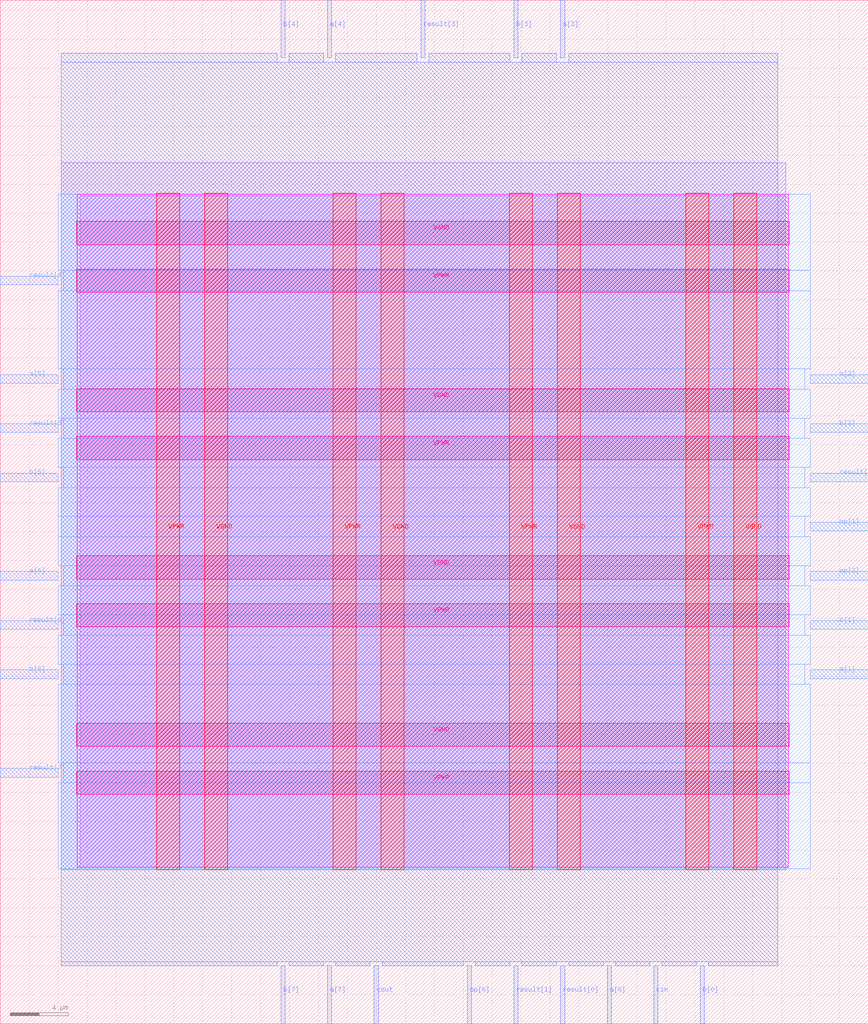
<source format=lef>
VERSION 5.7 ;
  NOWIREEXTENSIONATPIN ON ;
  DIVIDERCHAR "/" ;
  BUSBITCHARS "[]" ;
MACRO alu_8bit
  CLASS BLOCK ;
  FOREIGN alu_8bit ;
  ORIGIN 0.000 0.000 ;
  SIZE 59.990 BY 70.710 ;
  PIN VGND
    DIRECTION INOUT ;
    USE GROUND ;
    PORT
      LAYER met4 ;
        RECT 14.115 10.640 15.715 57.360 ;
    END
    PORT
      LAYER met4 ;
        RECT 26.305 10.640 27.905 57.360 ;
    END
    PORT
      LAYER met4 ;
        RECT 38.495 10.640 40.095 57.360 ;
    END
    PORT
      LAYER met4 ;
        RECT 50.685 10.640 52.285 57.360 ;
    END
    PORT
      LAYER met5 ;
        RECT 5.280 19.155 54.520 20.755 ;
    END
    PORT
      LAYER met5 ;
        RECT 5.280 30.710 54.520 32.310 ;
    END
    PORT
      LAYER met5 ;
        RECT 5.280 42.265 54.520 43.865 ;
    END
    PORT
      LAYER met5 ;
        RECT 5.280 53.820 54.520 55.420 ;
    END
  END VGND
  PIN VPWR
    DIRECTION INOUT ;
    USE POWER ;
    PORT
      LAYER met4 ;
        RECT 10.815 10.640 12.415 57.360 ;
    END
    PORT
      LAYER met4 ;
        RECT 23.005 10.640 24.605 57.360 ;
    END
    PORT
      LAYER met4 ;
        RECT 35.195 10.640 36.795 57.360 ;
    END
    PORT
      LAYER met4 ;
        RECT 47.385 10.640 48.985 57.360 ;
    END
    PORT
      LAYER met5 ;
        RECT 5.280 15.855 54.520 17.455 ;
    END
    PORT
      LAYER met5 ;
        RECT 5.280 27.410 54.520 29.010 ;
    END
    PORT
      LAYER met5 ;
        RECT 5.280 38.965 54.520 40.565 ;
    END
    PORT
      LAYER met5 ;
        RECT 5.280 50.520 54.520 52.120 ;
    END
  END VPWR
  PIN a[0]
    DIRECTION INPUT ;
    USE SIGNAL ;
    ANTENNAGATEAREA 0.196500 ;
    PORT
      LAYER met2 ;
        RECT 41.950 0.000 42.230 4.000 ;
    END
  END a[0]
  PIN a[1]
    DIRECTION INPUT ;
    USE SIGNAL ;
    ANTENNAGATEAREA 0.196500 ;
    PORT
      LAYER met3 ;
        RECT 55.990 23.840 59.990 24.440 ;
    END
  END a[1]
  PIN a[2]
    DIRECTION INPUT ;
    USE SIGNAL ;
    ANTENNAGATEAREA 0.196500 ;
    PORT
      LAYER met3 ;
        RECT 55.990 44.240 59.990 44.840 ;
    END
  END a[2]
  PIN a[3]
    DIRECTION INPUT ;
    USE SIGNAL ;
    ANTENNAGATEAREA 0.196500 ;
    PORT
      LAYER met2 ;
        RECT 38.730 66.710 39.010 70.710 ;
    END
  END a[3]
  PIN a[4]
    DIRECTION INPUT ;
    USE SIGNAL ;
    ANTENNAGATEAREA 0.196500 ;
    PORT
      LAYER met2 ;
        RECT 22.630 66.710 22.910 70.710 ;
    END
  END a[4]
  PIN a[5]
    DIRECTION INPUT ;
    USE SIGNAL ;
    ANTENNAGATEAREA 0.196500 ;
    PORT
      LAYER met3 ;
        RECT 0.000 44.240 4.000 44.840 ;
    END
  END a[5]
  PIN a[6]
    DIRECTION INPUT ;
    USE SIGNAL ;
    ANTENNAGATEAREA 0.196500 ;
    PORT
      LAYER met3 ;
        RECT 0.000 30.640 4.000 31.240 ;
    END
  END a[6]
  PIN a[7]
    DIRECTION INPUT ;
    USE SIGNAL ;
    ANTENNAGATEAREA 0.196500 ;
    PORT
      LAYER met2 ;
        RECT 22.630 0.000 22.910 4.000 ;
    END
  END a[7]
  PIN b[0]
    DIRECTION INPUT ;
    USE SIGNAL ;
    ANTENNAGATEAREA 0.196500 ;
    PORT
      LAYER met2 ;
        RECT 48.390 0.000 48.670 4.000 ;
    END
  END b[0]
  PIN b[1]
    DIRECTION INPUT ;
    USE SIGNAL ;
    ANTENNAGATEAREA 0.196500 ;
    PORT
      LAYER met3 ;
        RECT 55.990 27.240 59.990 27.840 ;
    END
  END b[1]
  PIN b[2]
    DIRECTION INPUT ;
    USE SIGNAL ;
    ANTENNAGATEAREA 0.196500 ;
    PORT
      LAYER met3 ;
        RECT 55.990 40.840 59.990 41.440 ;
    END
  END b[2]
  PIN b[3]
    DIRECTION INPUT ;
    USE SIGNAL ;
    ANTENNAGATEAREA 0.196500 ;
    PORT
      LAYER met2 ;
        RECT 35.510 66.710 35.790 70.710 ;
    END
  END b[3]
  PIN b[4]
    DIRECTION INPUT ;
    USE SIGNAL ;
    ANTENNAGATEAREA 0.196500 ;
    PORT
      LAYER met2 ;
        RECT 19.410 66.710 19.690 70.710 ;
    END
  END b[4]
  PIN b[5]
    DIRECTION INPUT ;
    USE SIGNAL ;
    ANTENNAGATEAREA 0.196500 ;
    PORT
      LAYER met3 ;
        RECT 0.000 37.440 4.000 38.040 ;
    END
  END b[5]
  PIN b[6]
    DIRECTION INPUT ;
    USE SIGNAL ;
    ANTENNAGATEAREA 0.196500 ;
    PORT
      LAYER met3 ;
        RECT 0.000 23.840 4.000 24.440 ;
    END
  END b[6]
  PIN b[7]
    DIRECTION INPUT ;
    USE SIGNAL ;
    ANTENNAGATEAREA 0.196500 ;
    PORT
      LAYER met2 ;
        RECT 19.410 0.000 19.690 4.000 ;
    END
  END b[7]
  PIN cin
    DIRECTION INPUT ;
    USE SIGNAL ;
    ANTENNAGATEAREA 0.196500 ;
    PORT
      LAYER met2 ;
        RECT 45.170 0.000 45.450 4.000 ;
    END
  END cin
  PIN cout
    DIRECTION OUTPUT ;
    USE SIGNAL ;
    ANTENNADIFFAREA 1.336500 ;
    PORT
      LAYER met2 ;
        RECT 25.850 0.000 26.130 4.000 ;
    END
  END cout
  PIN op[0]
    DIRECTION INPUT ;
    USE SIGNAL ;
    ANTENNAGATEAREA 0.196500 ;
    PORT
      LAYER met2 ;
        RECT 32.290 0.000 32.570 4.000 ;
    END
  END op[0]
  PIN op[1]
    DIRECTION INPUT ;
    USE SIGNAL ;
    ANTENNAGATEAREA 0.495000 ;
    PORT
      LAYER met3 ;
        RECT 55.990 34.040 59.990 34.640 ;
    END
  END op[1]
  PIN op[2]
    DIRECTION INPUT ;
    USE SIGNAL ;
    ANTENNAGATEAREA 0.495000 ;
    PORT
      LAYER met3 ;
        RECT 55.990 30.640 59.990 31.240 ;
    END
  END op[2]
  PIN result[0]
    DIRECTION OUTPUT ;
    USE SIGNAL ;
    ANTENNADIFFAREA 0.445500 ;
    PORT
      LAYER met2 ;
        RECT 38.730 0.000 39.010 4.000 ;
    END
  END result[0]
  PIN result[1]
    DIRECTION OUTPUT ;
    USE SIGNAL ;
    ANTENNADIFFAREA 0.445500 ;
    PORT
      LAYER met2 ;
        RECT 35.510 0.000 35.790 4.000 ;
    END
  END result[1]
  PIN result[2]
    DIRECTION OUTPUT ;
    USE SIGNAL ;
    ANTENNADIFFAREA 0.445500 ;
    PORT
      LAYER met3 ;
        RECT 55.990 37.440 59.990 38.040 ;
    END
  END result[2]
  PIN result[3]
    DIRECTION OUTPUT ;
    USE SIGNAL ;
    ANTENNADIFFAREA 0.795200 ;
    PORT
      LAYER met2 ;
        RECT 29.070 66.710 29.350 70.710 ;
    END
  END result[3]
  PIN result[4]
    DIRECTION OUTPUT ;
    USE SIGNAL ;
    ANTENNADIFFAREA 0.445500 ;
    PORT
      LAYER met3 ;
        RECT 0.000 51.040 4.000 51.640 ;
    END
  END result[4]
  PIN result[5]
    DIRECTION OUTPUT ;
    USE SIGNAL ;
    ANTENNADIFFAREA 0.445500 ;
    PORT
      LAYER met3 ;
        RECT 0.000 40.840 4.000 41.440 ;
    END
  END result[5]
  PIN result[6]
    DIRECTION OUTPUT ;
    USE SIGNAL ;
    ANTENNADIFFAREA 0.445500 ;
    PORT
      LAYER met3 ;
        RECT 0.000 27.240 4.000 27.840 ;
    END
  END result[6]
  PIN result[7]
    DIRECTION OUTPUT ;
    USE SIGNAL ;
    ANTENNADIFFAREA 1.336500 ;
    PORT
      LAYER met3 ;
        RECT 0.000 17.040 4.000 17.640 ;
    END
  END result[7]
  OBS
      LAYER nwell ;
        RECT 5.330 10.795 54.470 57.310 ;
      LAYER li1 ;
        RECT 5.520 10.795 54.280 57.205 ;
      LAYER met1 ;
        RECT 4.210 10.640 54.280 59.460 ;
      LAYER met2 ;
        RECT 4.230 66.430 19.130 67.050 ;
        RECT 19.970 66.430 22.350 67.050 ;
        RECT 23.190 66.430 28.790 67.050 ;
        RECT 29.630 66.430 35.230 67.050 ;
        RECT 36.070 66.430 38.450 67.050 ;
        RECT 39.290 66.430 53.730 67.050 ;
        RECT 4.230 4.280 53.730 66.430 ;
        RECT 4.230 4.000 19.130 4.280 ;
        RECT 19.970 4.000 22.350 4.280 ;
        RECT 23.190 4.000 25.570 4.280 ;
        RECT 26.410 4.000 32.010 4.280 ;
        RECT 32.850 4.000 35.230 4.280 ;
        RECT 36.070 4.000 38.450 4.280 ;
        RECT 39.290 4.000 41.670 4.280 ;
        RECT 42.510 4.000 44.890 4.280 ;
        RECT 45.730 4.000 48.110 4.280 ;
        RECT 48.950 4.000 53.730 4.280 ;
      LAYER met3 ;
        RECT 3.990 52.040 55.990 57.285 ;
        RECT 4.400 50.640 55.990 52.040 ;
        RECT 3.990 45.240 55.990 50.640 ;
        RECT 4.400 43.840 55.590 45.240 ;
        RECT 3.990 41.840 55.990 43.840 ;
        RECT 4.400 40.440 55.590 41.840 ;
        RECT 3.990 38.440 55.990 40.440 ;
        RECT 4.400 37.040 55.590 38.440 ;
        RECT 3.990 35.040 55.990 37.040 ;
        RECT 3.990 33.640 55.590 35.040 ;
        RECT 3.990 31.640 55.990 33.640 ;
        RECT 4.400 30.240 55.590 31.640 ;
        RECT 3.990 28.240 55.990 30.240 ;
        RECT 4.400 26.840 55.590 28.240 ;
        RECT 3.990 24.840 55.990 26.840 ;
        RECT 4.400 23.440 55.590 24.840 ;
        RECT 3.990 18.040 55.990 23.440 ;
        RECT 4.400 16.640 55.990 18.040 ;
        RECT 3.990 10.715 55.990 16.640 ;
  END
END alu_8bit
END LIBRARY


</source>
